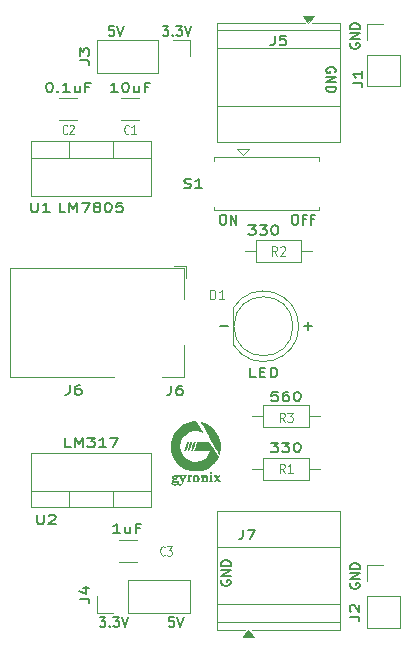
<source format=gbr>
%TF.GenerationSoftware,KiCad,Pcbnew,9.0.2*%
%TF.CreationDate,2025-06-14T22:12:11+08:00*%
%TF.ProjectId,Breadboard Power Supply,42726561-6462-46f6-9172-6420506f7765,1*%
%TF.SameCoordinates,Original*%
%TF.FileFunction,Legend,Top*%
%TF.FilePolarity,Positive*%
%FSLAX46Y46*%
G04 Gerber Fmt 4.6, Leading zero omitted, Abs format (unit mm)*
G04 Created by KiCad (PCBNEW 9.0.2) date 2025-06-14 22:12:11*
%MOMM*%
%LPD*%
G01*
G04 APERTURE LIST*
%ADD10C,0.152400*%
%ADD11C,0.150000*%
%ADD12C,0.108000*%
%ADD13C,0.090000*%
%ADD14C,0.120000*%
%ADD15C,0.000000*%
G04 APERTURE END LIST*
D10*
X146423491Y-66759539D02*
X146462196Y-66682129D01*
X146462196Y-66682129D02*
X146462196Y-66566015D01*
X146462196Y-66566015D02*
X146423491Y-66449901D01*
X146423491Y-66449901D02*
X146346081Y-66372491D01*
X146346081Y-66372491D02*
X146268672Y-66333786D01*
X146268672Y-66333786D02*
X146113853Y-66295082D01*
X146113853Y-66295082D02*
X145997739Y-66295082D01*
X145997739Y-66295082D02*
X145842920Y-66333786D01*
X145842920Y-66333786D02*
X145765510Y-66372491D01*
X145765510Y-66372491D02*
X145688101Y-66449901D01*
X145688101Y-66449901D02*
X145649396Y-66566015D01*
X145649396Y-66566015D02*
X145649396Y-66643424D01*
X145649396Y-66643424D02*
X145688101Y-66759539D01*
X145688101Y-66759539D02*
X145726805Y-66798243D01*
X145726805Y-66798243D02*
X145997739Y-66798243D01*
X145997739Y-66798243D02*
X145997739Y-66643424D01*
X145649396Y-67146586D02*
X146462196Y-67146586D01*
X146462196Y-67146586D02*
X145649396Y-67611043D01*
X145649396Y-67611043D02*
X146462196Y-67611043D01*
X145649396Y-67998091D02*
X146462196Y-67998091D01*
X146462196Y-67998091D02*
X146462196Y-68191615D01*
X146462196Y-68191615D02*
X146423491Y-68307729D01*
X146423491Y-68307729D02*
X146346081Y-68385139D01*
X146346081Y-68385139D02*
X146268672Y-68423844D01*
X146268672Y-68423844D02*
X146113853Y-68462548D01*
X146113853Y-68462548D02*
X145997739Y-68462548D01*
X145997739Y-68462548D02*
X145842920Y-68423844D01*
X145842920Y-68423844D02*
X145765510Y-68385139D01*
X145765510Y-68385139D02*
X145688101Y-68307729D01*
X145688101Y-68307729D02*
X145649396Y-68191615D01*
X145649396Y-68191615D02*
X145649396Y-67998091D01*
X143803786Y-88228965D02*
X144423063Y-88228965D01*
X144113424Y-88538603D02*
X144113424Y-87919327D01*
X131788377Y-62833803D02*
X132291539Y-62833803D01*
X132291539Y-62833803D02*
X132020605Y-63143441D01*
X132020605Y-63143441D02*
X132136720Y-63143441D01*
X132136720Y-63143441D02*
X132214129Y-63182146D01*
X132214129Y-63182146D02*
X132252834Y-63220851D01*
X132252834Y-63220851D02*
X132291539Y-63298260D01*
X132291539Y-63298260D02*
X132291539Y-63491784D01*
X132291539Y-63491784D02*
X132252834Y-63569194D01*
X132252834Y-63569194D02*
X132214129Y-63607899D01*
X132214129Y-63607899D02*
X132136720Y-63646603D01*
X132136720Y-63646603D02*
X131904491Y-63646603D01*
X131904491Y-63646603D02*
X131827082Y-63607899D01*
X131827082Y-63607899D02*
X131788377Y-63569194D01*
X132639881Y-63569194D02*
X132678586Y-63607899D01*
X132678586Y-63607899D02*
X132639881Y-63646603D01*
X132639881Y-63646603D02*
X132601177Y-63607899D01*
X132601177Y-63607899D02*
X132639881Y-63569194D01*
X132639881Y-63569194D02*
X132639881Y-63646603D01*
X132949520Y-62833803D02*
X133452682Y-62833803D01*
X133452682Y-62833803D02*
X133181748Y-63143441D01*
X133181748Y-63143441D02*
X133297863Y-63143441D01*
X133297863Y-63143441D02*
X133375272Y-63182146D01*
X133375272Y-63182146D02*
X133413977Y-63220851D01*
X133413977Y-63220851D02*
X133452682Y-63298260D01*
X133452682Y-63298260D02*
X133452682Y-63491784D01*
X133452682Y-63491784D02*
X133413977Y-63569194D01*
X133413977Y-63569194D02*
X133375272Y-63607899D01*
X133375272Y-63607899D02*
X133297863Y-63646603D01*
X133297863Y-63646603D02*
X133065634Y-63646603D01*
X133065634Y-63646603D02*
X132988225Y-63607899D01*
X132988225Y-63607899D02*
X132949520Y-63569194D01*
X133684910Y-62833803D02*
X133955843Y-63646603D01*
X133955843Y-63646603D02*
X134226777Y-62833803D01*
X147708508Y-110024460D02*
X147669803Y-110101870D01*
X147669803Y-110101870D02*
X147669803Y-110217984D01*
X147669803Y-110217984D02*
X147708508Y-110334098D01*
X147708508Y-110334098D02*
X147785918Y-110411508D01*
X147785918Y-110411508D02*
X147863327Y-110450213D01*
X147863327Y-110450213D02*
X148018146Y-110488917D01*
X148018146Y-110488917D02*
X148134260Y-110488917D01*
X148134260Y-110488917D02*
X148289079Y-110450213D01*
X148289079Y-110450213D02*
X148366489Y-110411508D01*
X148366489Y-110411508D02*
X148443899Y-110334098D01*
X148443899Y-110334098D02*
X148482603Y-110217984D01*
X148482603Y-110217984D02*
X148482603Y-110140575D01*
X148482603Y-110140575D02*
X148443899Y-110024460D01*
X148443899Y-110024460D02*
X148405194Y-109985756D01*
X148405194Y-109985756D02*
X148134260Y-109985756D01*
X148134260Y-109985756D02*
X148134260Y-110140575D01*
X148482603Y-109637413D02*
X147669803Y-109637413D01*
X147669803Y-109637413D02*
X148482603Y-109172956D01*
X148482603Y-109172956D02*
X147669803Y-109172956D01*
X148482603Y-108785908D02*
X147669803Y-108785908D01*
X147669803Y-108785908D02*
X147669803Y-108592384D01*
X147669803Y-108592384D02*
X147708508Y-108476270D01*
X147708508Y-108476270D02*
X147785918Y-108398860D01*
X147785918Y-108398860D02*
X147863327Y-108360155D01*
X147863327Y-108360155D02*
X148018146Y-108321451D01*
X148018146Y-108321451D02*
X148134260Y-108321451D01*
X148134260Y-108321451D02*
X148289079Y-108360155D01*
X148289079Y-108360155D02*
X148366489Y-108398860D01*
X148366489Y-108398860D02*
X148443899Y-108476270D01*
X148443899Y-108476270D02*
X148482603Y-108592384D01*
X148482603Y-108592384D02*
X148482603Y-108785908D01*
X136691786Y-88228965D02*
X137311063Y-88228965D01*
X126454377Y-112871803D02*
X126957539Y-112871803D01*
X126957539Y-112871803D02*
X126686605Y-113181441D01*
X126686605Y-113181441D02*
X126802720Y-113181441D01*
X126802720Y-113181441D02*
X126880129Y-113220146D01*
X126880129Y-113220146D02*
X126918834Y-113258851D01*
X126918834Y-113258851D02*
X126957539Y-113336260D01*
X126957539Y-113336260D02*
X126957539Y-113529784D01*
X126957539Y-113529784D02*
X126918834Y-113607194D01*
X126918834Y-113607194D02*
X126880129Y-113645899D01*
X126880129Y-113645899D02*
X126802720Y-113684603D01*
X126802720Y-113684603D02*
X126570491Y-113684603D01*
X126570491Y-113684603D02*
X126493082Y-113645899D01*
X126493082Y-113645899D02*
X126454377Y-113607194D01*
X127305881Y-113607194D02*
X127344586Y-113645899D01*
X127344586Y-113645899D02*
X127305881Y-113684603D01*
X127305881Y-113684603D02*
X127267177Y-113645899D01*
X127267177Y-113645899D02*
X127305881Y-113607194D01*
X127305881Y-113607194D02*
X127305881Y-113684603D01*
X127615520Y-112871803D02*
X128118682Y-112871803D01*
X128118682Y-112871803D02*
X127847748Y-113181441D01*
X127847748Y-113181441D02*
X127963863Y-113181441D01*
X127963863Y-113181441D02*
X128041272Y-113220146D01*
X128041272Y-113220146D02*
X128079977Y-113258851D01*
X128079977Y-113258851D02*
X128118682Y-113336260D01*
X128118682Y-113336260D02*
X128118682Y-113529784D01*
X128118682Y-113529784D02*
X128079977Y-113607194D01*
X128079977Y-113607194D02*
X128041272Y-113645899D01*
X128041272Y-113645899D02*
X127963863Y-113684603D01*
X127963863Y-113684603D02*
X127731634Y-113684603D01*
X127731634Y-113684603D02*
X127654225Y-113645899D01*
X127654225Y-113645899D02*
X127615520Y-113607194D01*
X128350910Y-112871803D02*
X128621843Y-113684603D01*
X128621843Y-113684603D02*
X128892777Y-112871803D01*
X142942605Y-78835803D02*
X143097424Y-78835803D01*
X143097424Y-78835803D02*
X143174834Y-78874508D01*
X143174834Y-78874508D02*
X143252243Y-78951918D01*
X143252243Y-78951918D02*
X143290948Y-79106737D01*
X143290948Y-79106737D02*
X143290948Y-79377670D01*
X143290948Y-79377670D02*
X143252243Y-79532489D01*
X143252243Y-79532489D02*
X143174834Y-79609899D01*
X143174834Y-79609899D02*
X143097424Y-79648603D01*
X143097424Y-79648603D02*
X142942605Y-79648603D01*
X142942605Y-79648603D02*
X142865196Y-79609899D01*
X142865196Y-79609899D02*
X142787786Y-79532489D01*
X142787786Y-79532489D02*
X142749082Y-79377670D01*
X142749082Y-79377670D02*
X142749082Y-79106737D01*
X142749082Y-79106737D02*
X142787786Y-78951918D01*
X142787786Y-78951918D02*
X142865196Y-78874508D01*
X142865196Y-78874508D02*
X142942605Y-78835803D01*
X143910225Y-79222851D02*
X143639291Y-79222851D01*
X143639291Y-79648603D02*
X143639291Y-78835803D01*
X143639291Y-78835803D02*
X144026339Y-78835803D01*
X144606911Y-79222851D02*
X144335977Y-79222851D01*
X144335977Y-79648603D02*
X144335977Y-78835803D01*
X144335977Y-78835803D02*
X144723025Y-78835803D01*
X127680834Y-62833803D02*
X127293786Y-62833803D01*
X127293786Y-62833803D02*
X127255082Y-63220851D01*
X127255082Y-63220851D02*
X127293786Y-63182146D01*
X127293786Y-63182146D02*
X127371196Y-63143441D01*
X127371196Y-63143441D02*
X127564720Y-63143441D01*
X127564720Y-63143441D02*
X127642129Y-63182146D01*
X127642129Y-63182146D02*
X127680834Y-63220851D01*
X127680834Y-63220851D02*
X127719539Y-63298260D01*
X127719539Y-63298260D02*
X127719539Y-63491784D01*
X127719539Y-63491784D02*
X127680834Y-63569194D01*
X127680834Y-63569194D02*
X127642129Y-63607899D01*
X127642129Y-63607899D02*
X127564720Y-63646603D01*
X127564720Y-63646603D02*
X127371196Y-63646603D01*
X127371196Y-63646603D02*
X127293786Y-63607899D01*
X127293786Y-63607899D02*
X127255082Y-63569194D01*
X127951767Y-62833803D02*
X128222700Y-63646603D01*
X128222700Y-63646603D02*
X128493634Y-62833803D01*
X132760834Y-112871803D02*
X132373786Y-112871803D01*
X132373786Y-112871803D02*
X132335082Y-113258851D01*
X132335082Y-113258851D02*
X132373786Y-113220146D01*
X132373786Y-113220146D02*
X132451196Y-113181441D01*
X132451196Y-113181441D02*
X132644720Y-113181441D01*
X132644720Y-113181441D02*
X132722129Y-113220146D01*
X132722129Y-113220146D02*
X132760834Y-113258851D01*
X132760834Y-113258851D02*
X132799539Y-113336260D01*
X132799539Y-113336260D02*
X132799539Y-113529784D01*
X132799539Y-113529784D02*
X132760834Y-113607194D01*
X132760834Y-113607194D02*
X132722129Y-113645899D01*
X132722129Y-113645899D02*
X132644720Y-113684603D01*
X132644720Y-113684603D02*
X132451196Y-113684603D01*
X132451196Y-113684603D02*
X132373786Y-113645899D01*
X132373786Y-113645899D02*
X132335082Y-113607194D01*
X133031767Y-112871803D02*
X133302700Y-113684603D01*
X133302700Y-113684603D02*
X133573634Y-112871803D01*
X136846605Y-78835803D02*
X137001424Y-78835803D01*
X137001424Y-78835803D02*
X137078834Y-78874508D01*
X137078834Y-78874508D02*
X137156243Y-78951918D01*
X137156243Y-78951918D02*
X137194948Y-79106737D01*
X137194948Y-79106737D02*
X137194948Y-79377670D01*
X137194948Y-79377670D02*
X137156243Y-79532489D01*
X137156243Y-79532489D02*
X137078834Y-79609899D01*
X137078834Y-79609899D02*
X137001424Y-79648603D01*
X137001424Y-79648603D02*
X136846605Y-79648603D01*
X136846605Y-79648603D02*
X136769196Y-79609899D01*
X136769196Y-79609899D02*
X136691786Y-79532489D01*
X136691786Y-79532489D02*
X136653082Y-79377670D01*
X136653082Y-79377670D02*
X136653082Y-79106737D01*
X136653082Y-79106737D02*
X136691786Y-78951918D01*
X136691786Y-78951918D02*
X136769196Y-78874508D01*
X136769196Y-78874508D02*
X136846605Y-78835803D01*
X137543291Y-79648603D02*
X137543291Y-78835803D01*
X137543291Y-78835803D02*
X138007748Y-79648603D01*
X138007748Y-79648603D02*
X138007748Y-78835803D01*
X136786508Y-109770460D02*
X136747803Y-109847870D01*
X136747803Y-109847870D02*
X136747803Y-109963984D01*
X136747803Y-109963984D02*
X136786508Y-110080098D01*
X136786508Y-110080098D02*
X136863918Y-110157508D01*
X136863918Y-110157508D02*
X136941327Y-110196213D01*
X136941327Y-110196213D02*
X137096146Y-110234917D01*
X137096146Y-110234917D02*
X137212260Y-110234917D01*
X137212260Y-110234917D02*
X137367079Y-110196213D01*
X137367079Y-110196213D02*
X137444489Y-110157508D01*
X137444489Y-110157508D02*
X137521899Y-110080098D01*
X137521899Y-110080098D02*
X137560603Y-109963984D01*
X137560603Y-109963984D02*
X137560603Y-109886575D01*
X137560603Y-109886575D02*
X137521899Y-109770460D01*
X137521899Y-109770460D02*
X137483194Y-109731756D01*
X137483194Y-109731756D02*
X137212260Y-109731756D01*
X137212260Y-109731756D02*
X137212260Y-109886575D01*
X137560603Y-109383413D02*
X136747803Y-109383413D01*
X136747803Y-109383413D02*
X137560603Y-108918956D01*
X137560603Y-108918956D02*
X136747803Y-108918956D01*
X137560603Y-108531908D02*
X136747803Y-108531908D01*
X136747803Y-108531908D02*
X136747803Y-108338384D01*
X136747803Y-108338384D02*
X136786508Y-108222270D01*
X136786508Y-108222270D02*
X136863918Y-108144860D01*
X136863918Y-108144860D02*
X136941327Y-108106155D01*
X136941327Y-108106155D02*
X137096146Y-108067451D01*
X137096146Y-108067451D02*
X137212260Y-108067451D01*
X137212260Y-108067451D02*
X137367079Y-108106155D01*
X137367079Y-108106155D02*
X137444489Y-108144860D01*
X137444489Y-108144860D02*
X137521899Y-108222270D01*
X137521899Y-108222270D02*
X137560603Y-108338384D01*
X137560603Y-108338384D02*
X137560603Y-108531908D01*
X147708508Y-64304460D02*
X147669803Y-64381870D01*
X147669803Y-64381870D02*
X147669803Y-64497984D01*
X147669803Y-64497984D02*
X147708508Y-64614098D01*
X147708508Y-64614098D02*
X147785918Y-64691508D01*
X147785918Y-64691508D02*
X147863327Y-64730213D01*
X147863327Y-64730213D02*
X148018146Y-64768917D01*
X148018146Y-64768917D02*
X148134260Y-64768917D01*
X148134260Y-64768917D02*
X148289079Y-64730213D01*
X148289079Y-64730213D02*
X148366489Y-64691508D01*
X148366489Y-64691508D02*
X148443899Y-64614098D01*
X148443899Y-64614098D02*
X148482603Y-64497984D01*
X148482603Y-64497984D02*
X148482603Y-64420575D01*
X148482603Y-64420575D02*
X148443899Y-64304460D01*
X148443899Y-64304460D02*
X148405194Y-64265756D01*
X148405194Y-64265756D02*
X148134260Y-64265756D01*
X148134260Y-64265756D02*
X148134260Y-64420575D01*
X148482603Y-63917413D02*
X147669803Y-63917413D01*
X147669803Y-63917413D02*
X148482603Y-63452956D01*
X148482603Y-63452956D02*
X147669803Y-63452956D01*
X148482603Y-63065908D02*
X147669803Y-63065908D01*
X147669803Y-63065908D02*
X147669803Y-62872384D01*
X147669803Y-62872384D02*
X147708508Y-62756270D01*
X147708508Y-62756270D02*
X147785918Y-62678860D01*
X147785918Y-62678860D02*
X147863327Y-62640155D01*
X147863327Y-62640155D02*
X148018146Y-62601451D01*
X148018146Y-62601451D02*
X148134260Y-62601451D01*
X148134260Y-62601451D02*
X148289079Y-62640155D01*
X148289079Y-62640155D02*
X148366489Y-62678860D01*
X148366489Y-62678860D02*
X148443899Y-62756270D01*
X148443899Y-62756270D02*
X148482603Y-62872384D01*
X148482603Y-62872384D02*
X148482603Y-63065908D01*
D11*
X141525714Y-93796295D02*
X141049524Y-93796295D01*
X141049524Y-93796295D02*
X141001905Y-94177247D01*
X141001905Y-94177247D02*
X141049524Y-94139152D01*
X141049524Y-94139152D02*
X141144762Y-94101057D01*
X141144762Y-94101057D02*
X141382857Y-94101057D01*
X141382857Y-94101057D02*
X141478095Y-94139152D01*
X141478095Y-94139152D02*
X141525714Y-94177247D01*
X141525714Y-94177247D02*
X141573333Y-94253438D01*
X141573333Y-94253438D02*
X141573333Y-94443914D01*
X141573333Y-94443914D02*
X141525714Y-94520104D01*
X141525714Y-94520104D02*
X141478095Y-94558200D01*
X141478095Y-94558200D02*
X141382857Y-94596295D01*
X141382857Y-94596295D02*
X141144762Y-94596295D01*
X141144762Y-94596295D02*
X141049524Y-94558200D01*
X141049524Y-94558200D02*
X141001905Y-94520104D01*
X142430476Y-93796295D02*
X142240000Y-93796295D01*
X142240000Y-93796295D02*
X142144762Y-93834390D01*
X142144762Y-93834390D02*
X142097143Y-93872485D01*
X142097143Y-93872485D02*
X142001905Y-93986771D01*
X142001905Y-93986771D02*
X141954286Y-94139152D01*
X141954286Y-94139152D02*
X141954286Y-94443914D01*
X141954286Y-94443914D02*
X142001905Y-94520104D01*
X142001905Y-94520104D02*
X142049524Y-94558200D01*
X142049524Y-94558200D02*
X142144762Y-94596295D01*
X142144762Y-94596295D02*
X142335238Y-94596295D01*
X142335238Y-94596295D02*
X142430476Y-94558200D01*
X142430476Y-94558200D02*
X142478095Y-94520104D01*
X142478095Y-94520104D02*
X142525714Y-94443914D01*
X142525714Y-94443914D02*
X142525714Y-94253438D01*
X142525714Y-94253438D02*
X142478095Y-94177247D01*
X142478095Y-94177247D02*
X142430476Y-94139152D01*
X142430476Y-94139152D02*
X142335238Y-94101057D01*
X142335238Y-94101057D02*
X142144762Y-94101057D01*
X142144762Y-94101057D02*
X142049524Y-94139152D01*
X142049524Y-94139152D02*
X142001905Y-94177247D01*
X142001905Y-94177247D02*
X141954286Y-94253438D01*
X143144762Y-93796295D02*
X143240000Y-93796295D01*
X143240000Y-93796295D02*
X143335238Y-93834390D01*
X143335238Y-93834390D02*
X143382857Y-93872485D01*
X143382857Y-93872485D02*
X143430476Y-93948676D01*
X143430476Y-93948676D02*
X143478095Y-94101057D01*
X143478095Y-94101057D02*
X143478095Y-94291533D01*
X143478095Y-94291533D02*
X143430476Y-94443914D01*
X143430476Y-94443914D02*
X143382857Y-94520104D01*
X143382857Y-94520104D02*
X143335238Y-94558200D01*
X143335238Y-94558200D02*
X143240000Y-94596295D01*
X143240000Y-94596295D02*
X143144762Y-94596295D01*
X143144762Y-94596295D02*
X143049524Y-94558200D01*
X143049524Y-94558200D02*
X143001905Y-94520104D01*
X143001905Y-94520104D02*
X142954286Y-94443914D01*
X142954286Y-94443914D02*
X142906667Y-94291533D01*
X142906667Y-94291533D02*
X142906667Y-94101057D01*
X142906667Y-94101057D02*
X142954286Y-93948676D01*
X142954286Y-93948676D02*
X143001905Y-93872485D01*
X143001905Y-93872485D02*
X143049524Y-93834390D01*
X143049524Y-93834390D02*
X143144762Y-93796295D01*
D12*
X142120000Y-96376479D02*
X141880000Y-95995526D01*
X141708571Y-96376479D02*
X141708571Y-95576479D01*
X141708571Y-95576479D02*
X141982857Y-95576479D01*
X141982857Y-95576479D02*
X142051428Y-95614574D01*
X142051428Y-95614574D02*
X142085714Y-95652669D01*
X142085714Y-95652669D02*
X142120000Y-95728860D01*
X142120000Y-95728860D02*
X142120000Y-95843145D01*
X142120000Y-95843145D02*
X142085714Y-95919336D01*
X142085714Y-95919336D02*
X142051428Y-95957431D01*
X142051428Y-95957431D02*
X141982857Y-95995526D01*
X141982857Y-95995526D02*
X141708571Y-95995526D01*
X142360000Y-95576479D02*
X142805714Y-95576479D01*
X142805714Y-95576479D02*
X142565714Y-95881241D01*
X142565714Y-95881241D02*
X142668571Y-95881241D01*
X142668571Y-95881241D02*
X142737143Y-95919336D01*
X142737143Y-95919336D02*
X142771428Y-95957431D01*
X142771428Y-95957431D02*
X142805714Y-96033622D01*
X142805714Y-96033622D02*
X142805714Y-96224098D01*
X142805714Y-96224098D02*
X142771428Y-96300288D01*
X142771428Y-96300288D02*
X142737143Y-96338384D01*
X142737143Y-96338384D02*
X142668571Y-96376479D01*
X142668571Y-96376479D02*
X142462857Y-96376479D01*
X142462857Y-96376479D02*
X142394285Y-96338384D01*
X142394285Y-96338384D02*
X142360000Y-96300288D01*
D11*
X127980571Y-68434295D02*
X127409143Y-68434295D01*
X127694857Y-68434295D02*
X127694857Y-67634295D01*
X127694857Y-67634295D02*
X127599619Y-67748580D01*
X127599619Y-67748580D02*
X127504381Y-67824771D01*
X127504381Y-67824771D02*
X127409143Y-67862866D01*
X128599619Y-67634295D02*
X128694857Y-67634295D01*
X128694857Y-67634295D02*
X128790095Y-67672390D01*
X128790095Y-67672390D02*
X128837714Y-67710485D01*
X128837714Y-67710485D02*
X128885333Y-67786676D01*
X128885333Y-67786676D02*
X128932952Y-67939057D01*
X128932952Y-67939057D02*
X128932952Y-68129533D01*
X128932952Y-68129533D02*
X128885333Y-68281914D01*
X128885333Y-68281914D02*
X128837714Y-68358104D01*
X128837714Y-68358104D02*
X128790095Y-68396200D01*
X128790095Y-68396200D02*
X128694857Y-68434295D01*
X128694857Y-68434295D02*
X128599619Y-68434295D01*
X128599619Y-68434295D02*
X128504381Y-68396200D01*
X128504381Y-68396200D02*
X128456762Y-68358104D01*
X128456762Y-68358104D02*
X128409143Y-68281914D01*
X128409143Y-68281914D02*
X128361524Y-68129533D01*
X128361524Y-68129533D02*
X128361524Y-67939057D01*
X128361524Y-67939057D02*
X128409143Y-67786676D01*
X128409143Y-67786676D02*
X128456762Y-67710485D01*
X128456762Y-67710485D02*
X128504381Y-67672390D01*
X128504381Y-67672390D02*
X128599619Y-67634295D01*
X129790095Y-67900961D02*
X129790095Y-68434295D01*
X129361524Y-67900961D02*
X129361524Y-68320009D01*
X129361524Y-68320009D02*
X129409143Y-68396200D01*
X129409143Y-68396200D02*
X129504381Y-68434295D01*
X129504381Y-68434295D02*
X129647238Y-68434295D01*
X129647238Y-68434295D02*
X129742476Y-68396200D01*
X129742476Y-68396200D02*
X129790095Y-68358104D01*
X130599619Y-68015247D02*
X130266286Y-68015247D01*
X130266286Y-68434295D02*
X130266286Y-67634295D01*
X130266286Y-67634295D02*
X130742476Y-67634295D01*
D13*
X128932000Y-71917224D02*
X128903428Y-71955320D01*
X128903428Y-71955320D02*
X128817714Y-71993415D01*
X128817714Y-71993415D02*
X128760571Y-71993415D01*
X128760571Y-71993415D02*
X128674857Y-71955320D01*
X128674857Y-71955320D02*
X128617714Y-71879129D01*
X128617714Y-71879129D02*
X128589143Y-71802939D01*
X128589143Y-71802939D02*
X128560571Y-71650558D01*
X128560571Y-71650558D02*
X128560571Y-71536272D01*
X128560571Y-71536272D02*
X128589143Y-71383891D01*
X128589143Y-71383891D02*
X128617714Y-71307700D01*
X128617714Y-71307700D02*
X128674857Y-71231510D01*
X128674857Y-71231510D02*
X128760571Y-71193415D01*
X128760571Y-71193415D02*
X128817714Y-71193415D01*
X128817714Y-71193415D02*
X128903428Y-71231510D01*
X128903428Y-71231510D02*
X128932000Y-71269605D01*
X129503428Y-71993415D02*
X129160571Y-71993415D01*
X129332000Y-71993415D02*
X129332000Y-71193415D01*
X129332000Y-71193415D02*
X129274857Y-71307700D01*
X129274857Y-71307700D02*
X129217714Y-71383891D01*
X129217714Y-71383891D02*
X129160571Y-71421986D01*
D11*
X133604095Y-76524200D02*
X133746952Y-76562295D01*
X133746952Y-76562295D02*
X133985047Y-76562295D01*
X133985047Y-76562295D02*
X134080285Y-76524200D01*
X134080285Y-76524200D02*
X134127904Y-76486104D01*
X134127904Y-76486104D02*
X134175523Y-76409914D01*
X134175523Y-76409914D02*
X134175523Y-76333723D01*
X134175523Y-76333723D02*
X134127904Y-76257533D01*
X134127904Y-76257533D02*
X134080285Y-76219438D01*
X134080285Y-76219438D02*
X133985047Y-76181342D01*
X133985047Y-76181342D02*
X133794571Y-76143247D01*
X133794571Y-76143247D02*
X133699333Y-76105152D01*
X133699333Y-76105152D02*
X133651714Y-76067057D01*
X133651714Y-76067057D02*
X133604095Y-75990866D01*
X133604095Y-75990866D02*
X133604095Y-75914676D01*
X133604095Y-75914676D02*
X133651714Y-75838485D01*
X133651714Y-75838485D02*
X133699333Y-75800390D01*
X133699333Y-75800390D02*
X133794571Y-75762295D01*
X133794571Y-75762295D02*
X134032666Y-75762295D01*
X134032666Y-75762295D02*
X134175523Y-75800390D01*
X135127904Y-76562295D02*
X134556476Y-76562295D01*
X134842190Y-76562295D02*
X134842190Y-75762295D01*
X134842190Y-75762295D02*
X134746952Y-75876580D01*
X134746952Y-75876580D02*
X134651714Y-75952771D01*
X134651714Y-75952771D02*
X134556476Y-75990866D01*
X139692142Y-92587295D02*
X139215952Y-92587295D01*
X139215952Y-92587295D02*
X139215952Y-91787295D01*
X140025476Y-92168247D02*
X140358809Y-92168247D01*
X140501666Y-92587295D02*
X140025476Y-92587295D01*
X140025476Y-92587295D02*
X140025476Y-91787295D01*
X140025476Y-91787295D02*
X140501666Y-91787295D01*
X140930238Y-92587295D02*
X140930238Y-91787295D01*
X140930238Y-91787295D02*
X141168333Y-91787295D01*
X141168333Y-91787295D02*
X141311190Y-91825390D01*
X141311190Y-91825390D02*
X141406428Y-91901580D01*
X141406428Y-91901580D02*
X141454047Y-91977771D01*
X141454047Y-91977771D02*
X141501666Y-92130152D01*
X141501666Y-92130152D02*
X141501666Y-92244438D01*
X141501666Y-92244438D02*
X141454047Y-92396819D01*
X141454047Y-92396819D02*
X141406428Y-92473009D01*
X141406428Y-92473009D02*
X141311190Y-92549200D01*
X141311190Y-92549200D02*
X141168333Y-92587295D01*
X141168333Y-92587295D02*
X140930238Y-92587295D01*
D14*
X135807524Y-85961855D02*
X135807524Y-85161855D01*
X135807524Y-85161855D02*
X135998000Y-85161855D01*
X135998000Y-85161855D02*
X136112286Y-85199950D01*
X136112286Y-85199950D02*
X136188476Y-85276140D01*
X136188476Y-85276140D02*
X136226571Y-85352331D01*
X136226571Y-85352331D02*
X136264667Y-85504712D01*
X136264667Y-85504712D02*
X136264667Y-85618998D01*
X136264667Y-85618998D02*
X136226571Y-85771379D01*
X136226571Y-85771379D02*
X136188476Y-85847569D01*
X136188476Y-85847569D02*
X136112286Y-85923760D01*
X136112286Y-85923760D02*
X135998000Y-85961855D01*
X135998000Y-85961855D02*
X135807524Y-85961855D01*
X137026571Y-85961855D02*
X136569428Y-85961855D01*
X136798000Y-85961855D02*
X136798000Y-85161855D01*
X136798000Y-85161855D02*
X136721809Y-85276140D01*
X136721809Y-85276140D02*
X136645619Y-85352331D01*
X136645619Y-85352331D02*
X136569428Y-85390426D01*
D11*
X123563333Y-78594295D02*
X123087143Y-78594295D01*
X123087143Y-78594295D02*
X123087143Y-77794295D01*
X123896667Y-78594295D02*
X123896667Y-77794295D01*
X123896667Y-77794295D02*
X124230000Y-78365723D01*
X124230000Y-78365723D02*
X124563333Y-77794295D01*
X124563333Y-77794295D02*
X124563333Y-78594295D01*
X124944286Y-77794295D02*
X125610952Y-77794295D01*
X125610952Y-77794295D02*
X125182381Y-78594295D01*
X126134762Y-78137152D02*
X126039524Y-78099057D01*
X126039524Y-78099057D02*
X125991905Y-78060961D01*
X125991905Y-78060961D02*
X125944286Y-77984771D01*
X125944286Y-77984771D02*
X125944286Y-77946676D01*
X125944286Y-77946676D02*
X125991905Y-77870485D01*
X125991905Y-77870485D02*
X126039524Y-77832390D01*
X126039524Y-77832390D02*
X126134762Y-77794295D01*
X126134762Y-77794295D02*
X126325238Y-77794295D01*
X126325238Y-77794295D02*
X126420476Y-77832390D01*
X126420476Y-77832390D02*
X126468095Y-77870485D01*
X126468095Y-77870485D02*
X126515714Y-77946676D01*
X126515714Y-77946676D02*
X126515714Y-77984771D01*
X126515714Y-77984771D02*
X126468095Y-78060961D01*
X126468095Y-78060961D02*
X126420476Y-78099057D01*
X126420476Y-78099057D02*
X126325238Y-78137152D01*
X126325238Y-78137152D02*
X126134762Y-78137152D01*
X126134762Y-78137152D02*
X126039524Y-78175247D01*
X126039524Y-78175247D02*
X125991905Y-78213342D01*
X125991905Y-78213342D02*
X125944286Y-78289533D01*
X125944286Y-78289533D02*
X125944286Y-78441914D01*
X125944286Y-78441914D02*
X125991905Y-78518104D01*
X125991905Y-78518104D02*
X126039524Y-78556200D01*
X126039524Y-78556200D02*
X126134762Y-78594295D01*
X126134762Y-78594295D02*
X126325238Y-78594295D01*
X126325238Y-78594295D02*
X126420476Y-78556200D01*
X126420476Y-78556200D02*
X126468095Y-78518104D01*
X126468095Y-78518104D02*
X126515714Y-78441914D01*
X126515714Y-78441914D02*
X126515714Y-78289533D01*
X126515714Y-78289533D02*
X126468095Y-78213342D01*
X126468095Y-78213342D02*
X126420476Y-78175247D01*
X126420476Y-78175247D02*
X126325238Y-78137152D01*
X127134762Y-77794295D02*
X127230000Y-77794295D01*
X127230000Y-77794295D02*
X127325238Y-77832390D01*
X127325238Y-77832390D02*
X127372857Y-77870485D01*
X127372857Y-77870485D02*
X127420476Y-77946676D01*
X127420476Y-77946676D02*
X127468095Y-78099057D01*
X127468095Y-78099057D02*
X127468095Y-78289533D01*
X127468095Y-78289533D02*
X127420476Y-78441914D01*
X127420476Y-78441914D02*
X127372857Y-78518104D01*
X127372857Y-78518104D02*
X127325238Y-78556200D01*
X127325238Y-78556200D02*
X127230000Y-78594295D01*
X127230000Y-78594295D02*
X127134762Y-78594295D01*
X127134762Y-78594295D02*
X127039524Y-78556200D01*
X127039524Y-78556200D02*
X126991905Y-78518104D01*
X126991905Y-78518104D02*
X126944286Y-78441914D01*
X126944286Y-78441914D02*
X126896667Y-78289533D01*
X126896667Y-78289533D02*
X126896667Y-78099057D01*
X126896667Y-78099057D02*
X126944286Y-77946676D01*
X126944286Y-77946676D02*
X126991905Y-77870485D01*
X126991905Y-77870485D02*
X127039524Y-77832390D01*
X127039524Y-77832390D02*
X127134762Y-77794295D01*
X128372857Y-77794295D02*
X127896667Y-77794295D01*
X127896667Y-77794295D02*
X127849048Y-78175247D01*
X127849048Y-78175247D02*
X127896667Y-78137152D01*
X127896667Y-78137152D02*
X127991905Y-78099057D01*
X127991905Y-78099057D02*
X128230000Y-78099057D01*
X128230000Y-78099057D02*
X128325238Y-78137152D01*
X128325238Y-78137152D02*
X128372857Y-78175247D01*
X128372857Y-78175247D02*
X128420476Y-78251438D01*
X128420476Y-78251438D02*
X128420476Y-78441914D01*
X128420476Y-78441914D02*
X128372857Y-78518104D01*
X128372857Y-78518104D02*
X128325238Y-78556200D01*
X128325238Y-78556200D02*
X128230000Y-78594295D01*
X128230000Y-78594295D02*
X127991905Y-78594295D01*
X127991905Y-78594295D02*
X127896667Y-78556200D01*
X127896667Y-78556200D02*
X127849048Y-78518104D01*
X120650095Y-77794295D02*
X120650095Y-78441914D01*
X120650095Y-78441914D02*
X120697714Y-78518104D01*
X120697714Y-78518104D02*
X120745333Y-78556200D01*
X120745333Y-78556200D02*
X120840571Y-78594295D01*
X120840571Y-78594295D02*
X121031047Y-78594295D01*
X121031047Y-78594295D02*
X121126285Y-78556200D01*
X121126285Y-78556200D02*
X121173904Y-78518104D01*
X121173904Y-78518104D02*
X121221523Y-78441914D01*
X121221523Y-78441914D02*
X121221523Y-77794295D01*
X122221523Y-78594295D02*
X121650095Y-78594295D01*
X121935809Y-78594295D02*
X121935809Y-77794295D01*
X121935809Y-77794295D02*
X121840571Y-77908580D01*
X121840571Y-77908580D02*
X121745333Y-77984771D01*
X121745333Y-77984771D02*
X121650095Y-78022866D01*
X122162143Y-67634295D02*
X122257381Y-67634295D01*
X122257381Y-67634295D02*
X122352619Y-67672390D01*
X122352619Y-67672390D02*
X122400238Y-67710485D01*
X122400238Y-67710485D02*
X122447857Y-67786676D01*
X122447857Y-67786676D02*
X122495476Y-67939057D01*
X122495476Y-67939057D02*
X122495476Y-68129533D01*
X122495476Y-68129533D02*
X122447857Y-68281914D01*
X122447857Y-68281914D02*
X122400238Y-68358104D01*
X122400238Y-68358104D02*
X122352619Y-68396200D01*
X122352619Y-68396200D02*
X122257381Y-68434295D01*
X122257381Y-68434295D02*
X122162143Y-68434295D01*
X122162143Y-68434295D02*
X122066905Y-68396200D01*
X122066905Y-68396200D02*
X122019286Y-68358104D01*
X122019286Y-68358104D02*
X121971667Y-68281914D01*
X121971667Y-68281914D02*
X121924048Y-68129533D01*
X121924048Y-68129533D02*
X121924048Y-67939057D01*
X121924048Y-67939057D02*
X121971667Y-67786676D01*
X121971667Y-67786676D02*
X122019286Y-67710485D01*
X122019286Y-67710485D02*
X122066905Y-67672390D01*
X122066905Y-67672390D02*
X122162143Y-67634295D01*
X122924048Y-68358104D02*
X122971667Y-68396200D01*
X122971667Y-68396200D02*
X122924048Y-68434295D01*
X122924048Y-68434295D02*
X122876429Y-68396200D01*
X122876429Y-68396200D02*
X122924048Y-68358104D01*
X122924048Y-68358104D02*
X122924048Y-68434295D01*
X123924047Y-68434295D02*
X123352619Y-68434295D01*
X123638333Y-68434295D02*
X123638333Y-67634295D01*
X123638333Y-67634295D02*
X123543095Y-67748580D01*
X123543095Y-67748580D02*
X123447857Y-67824771D01*
X123447857Y-67824771D02*
X123352619Y-67862866D01*
X124781190Y-67900961D02*
X124781190Y-68434295D01*
X124352619Y-67900961D02*
X124352619Y-68320009D01*
X124352619Y-68320009D02*
X124400238Y-68396200D01*
X124400238Y-68396200D02*
X124495476Y-68434295D01*
X124495476Y-68434295D02*
X124638333Y-68434295D01*
X124638333Y-68434295D02*
X124733571Y-68396200D01*
X124733571Y-68396200D02*
X124781190Y-68358104D01*
X125590714Y-68015247D02*
X125257381Y-68015247D01*
X125257381Y-68434295D02*
X125257381Y-67634295D01*
X125257381Y-67634295D02*
X125733571Y-67634295D01*
D13*
X123705000Y-71917224D02*
X123676428Y-71955320D01*
X123676428Y-71955320D02*
X123590714Y-71993415D01*
X123590714Y-71993415D02*
X123533571Y-71993415D01*
X123533571Y-71993415D02*
X123447857Y-71955320D01*
X123447857Y-71955320D02*
X123390714Y-71879129D01*
X123390714Y-71879129D02*
X123362143Y-71802939D01*
X123362143Y-71802939D02*
X123333571Y-71650558D01*
X123333571Y-71650558D02*
X123333571Y-71536272D01*
X123333571Y-71536272D02*
X123362143Y-71383891D01*
X123362143Y-71383891D02*
X123390714Y-71307700D01*
X123390714Y-71307700D02*
X123447857Y-71231510D01*
X123447857Y-71231510D02*
X123533571Y-71193415D01*
X123533571Y-71193415D02*
X123590714Y-71193415D01*
X123590714Y-71193415D02*
X123676428Y-71231510D01*
X123676428Y-71231510D02*
X123705000Y-71269605D01*
X123933571Y-71269605D02*
X123962143Y-71231510D01*
X123962143Y-71231510D02*
X124019286Y-71193415D01*
X124019286Y-71193415D02*
X124162143Y-71193415D01*
X124162143Y-71193415D02*
X124219286Y-71231510D01*
X124219286Y-71231510D02*
X124247857Y-71269605D01*
X124247857Y-71269605D02*
X124276428Y-71345796D01*
X124276428Y-71345796D02*
X124276428Y-71421986D01*
X124276428Y-71421986D02*
X124247857Y-71536272D01*
X124247857Y-71536272D02*
X123905000Y-71993415D01*
X123905000Y-71993415D02*
X124276428Y-71993415D01*
D11*
X139049286Y-79699295D02*
X139668333Y-79699295D01*
X139668333Y-79699295D02*
X139335000Y-80004057D01*
X139335000Y-80004057D02*
X139477857Y-80004057D01*
X139477857Y-80004057D02*
X139573095Y-80042152D01*
X139573095Y-80042152D02*
X139620714Y-80080247D01*
X139620714Y-80080247D02*
X139668333Y-80156438D01*
X139668333Y-80156438D02*
X139668333Y-80346914D01*
X139668333Y-80346914D02*
X139620714Y-80423104D01*
X139620714Y-80423104D02*
X139573095Y-80461200D01*
X139573095Y-80461200D02*
X139477857Y-80499295D01*
X139477857Y-80499295D02*
X139192143Y-80499295D01*
X139192143Y-80499295D02*
X139096905Y-80461200D01*
X139096905Y-80461200D02*
X139049286Y-80423104D01*
X140001667Y-79699295D02*
X140620714Y-79699295D01*
X140620714Y-79699295D02*
X140287381Y-80004057D01*
X140287381Y-80004057D02*
X140430238Y-80004057D01*
X140430238Y-80004057D02*
X140525476Y-80042152D01*
X140525476Y-80042152D02*
X140573095Y-80080247D01*
X140573095Y-80080247D02*
X140620714Y-80156438D01*
X140620714Y-80156438D02*
X140620714Y-80346914D01*
X140620714Y-80346914D02*
X140573095Y-80423104D01*
X140573095Y-80423104D02*
X140525476Y-80461200D01*
X140525476Y-80461200D02*
X140430238Y-80499295D01*
X140430238Y-80499295D02*
X140144524Y-80499295D01*
X140144524Y-80499295D02*
X140049286Y-80461200D01*
X140049286Y-80461200D02*
X140001667Y-80423104D01*
X141239762Y-79699295D02*
X141335000Y-79699295D01*
X141335000Y-79699295D02*
X141430238Y-79737390D01*
X141430238Y-79737390D02*
X141477857Y-79775485D01*
X141477857Y-79775485D02*
X141525476Y-79851676D01*
X141525476Y-79851676D02*
X141573095Y-80004057D01*
X141573095Y-80004057D02*
X141573095Y-80194533D01*
X141573095Y-80194533D02*
X141525476Y-80346914D01*
X141525476Y-80346914D02*
X141477857Y-80423104D01*
X141477857Y-80423104D02*
X141430238Y-80461200D01*
X141430238Y-80461200D02*
X141335000Y-80499295D01*
X141335000Y-80499295D02*
X141239762Y-80499295D01*
X141239762Y-80499295D02*
X141144524Y-80461200D01*
X141144524Y-80461200D02*
X141096905Y-80423104D01*
X141096905Y-80423104D02*
X141049286Y-80346914D01*
X141049286Y-80346914D02*
X141001667Y-80194533D01*
X141001667Y-80194533D02*
X141001667Y-80004057D01*
X141001667Y-80004057D02*
X141049286Y-79851676D01*
X141049286Y-79851676D02*
X141096905Y-79775485D01*
X141096905Y-79775485D02*
X141144524Y-79737390D01*
X141144524Y-79737390D02*
X141239762Y-79699295D01*
D12*
X141485000Y-82279479D02*
X141245000Y-81898526D01*
X141073571Y-82279479D02*
X141073571Y-81479479D01*
X141073571Y-81479479D02*
X141347857Y-81479479D01*
X141347857Y-81479479D02*
X141416428Y-81517574D01*
X141416428Y-81517574D02*
X141450714Y-81555669D01*
X141450714Y-81555669D02*
X141485000Y-81631860D01*
X141485000Y-81631860D02*
X141485000Y-81746145D01*
X141485000Y-81746145D02*
X141450714Y-81822336D01*
X141450714Y-81822336D02*
X141416428Y-81860431D01*
X141416428Y-81860431D02*
X141347857Y-81898526D01*
X141347857Y-81898526D02*
X141073571Y-81898526D01*
X141759285Y-81555669D02*
X141793571Y-81517574D01*
X141793571Y-81517574D02*
X141862143Y-81479479D01*
X141862143Y-81479479D02*
X142033571Y-81479479D01*
X142033571Y-81479479D02*
X142102143Y-81517574D01*
X142102143Y-81517574D02*
X142136428Y-81555669D01*
X142136428Y-81555669D02*
X142170714Y-81631860D01*
X142170714Y-81631860D02*
X142170714Y-81708050D01*
X142170714Y-81708050D02*
X142136428Y-81822336D01*
X142136428Y-81822336D02*
X141725000Y-82279479D01*
X141725000Y-82279479D02*
X142170714Y-82279479D01*
D11*
X141271666Y-63672295D02*
X141271666Y-64243723D01*
X141271666Y-64243723D02*
X141224047Y-64358009D01*
X141224047Y-64358009D02*
X141128809Y-64434200D01*
X141128809Y-64434200D02*
X140985952Y-64472295D01*
X140985952Y-64472295D02*
X140890714Y-64472295D01*
X142224047Y-63672295D02*
X141747857Y-63672295D01*
X141747857Y-63672295D02*
X141700238Y-64053247D01*
X141700238Y-64053247D02*
X141747857Y-64015152D01*
X141747857Y-64015152D02*
X141843095Y-63977057D01*
X141843095Y-63977057D02*
X142081190Y-63977057D01*
X142081190Y-63977057D02*
X142176428Y-64015152D01*
X142176428Y-64015152D02*
X142224047Y-64053247D01*
X142224047Y-64053247D02*
X142271666Y-64129438D01*
X142271666Y-64129438D02*
X142271666Y-64319914D01*
X142271666Y-64319914D02*
X142224047Y-64396104D01*
X142224047Y-64396104D02*
X142176428Y-64434200D01*
X142176428Y-64434200D02*
X142081190Y-64472295D01*
X142081190Y-64472295D02*
X141843095Y-64472295D01*
X141843095Y-64472295D02*
X141747857Y-64434200D01*
X141747857Y-64434200D02*
X141700238Y-64396104D01*
X124784295Y-111331333D02*
X125355723Y-111331333D01*
X125355723Y-111331333D02*
X125470009Y-111378952D01*
X125470009Y-111378952D02*
X125546200Y-111474190D01*
X125546200Y-111474190D02*
X125584295Y-111617047D01*
X125584295Y-111617047D02*
X125584295Y-111712285D01*
X125050961Y-110426571D02*
X125584295Y-110426571D01*
X124746200Y-110664666D02*
X125317628Y-110902761D01*
X125317628Y-110902761D02*
X125317628Y-110283714D01*
X124039523Y-98492295D02*
X123563333Y-98492295D01*
X123563333Y-98492295D02*
X123563333Y-97692295D01*
X124372857Y-98492295D02*
X124372857Y-97692295D01*
X124372857Y-97692295D02*
X124706190Y-98263723D01*
X124706190Y-98263723D02*
X125039523Y-97692295D01*
X125039523Y-97692295D02*
X125039523Y-98492295D01*
X125420476Y-97692295D02*
X126039523Y-97692295D01*
X126039523Y-97692295D02*
X125706190Y-97997057D01*
X125706190Y-97997057D02*
X125849047Y-97997057D01*
X125849047Y-97997057D02*
X125944285Y-98035152D01*
X125944285Y-98035152D02*
X125991904Y-98073247D01*
X125991904Y-98073247D02*
X126039523Y-98149438D01*
X126039523Y-98149438D02*
X126039523Y-98339914D01*
X126039523Y-98339914D02*
X125991904Y-98416104D01*
X125991904Y-98416104D02*
X125944285Y-98454200D01*
X125944285Y-98454200D02*
X125849047Y-98492295D01*
X125849047Y-98492295D02*
X125563333Y-98492295D01*
X125563333Y-98492295D02*
X125468095Y-98454200D01*
X125468095Y-98454200D02*
X125420476Y-98416104D01*
X126991904Y-98492295D02*
X126420476Y-98492295D01*
X126706190Y-98492295D02*
X126706190Y-97692295D01*
X126706190Y-97692295D02*
X126610952Y-97806580D01*
X126610952Y-97806580D02*
X126515714Y-97882771D01*
X126515714Y-97882771D02*
X126420476Y-97920866D01*
X127325238Y-97692295D02*
X127991904Y-97692295D01*
X127991904Y-97692295D02*
X127563333Y-98492295D01*
X121158095Y-104210295D02*
X121158095Y-104857914D01*
X121158095Y-104857914D02*
X121205714Y-104934104D01*
X121205714Y-104934104D02*
X121253333Y-104972200D01*
X121253333Y-104972200D02*
X121348571Y-105010295D01*
X121348571Y-105010295D02*
X121539047Y-105010295D01*
X121539047Y-105010295D02*
X121634285Y-104972200D01*
X121634285Y-104972200D02*
X121681904Y-104934104D01*
X121681904Y-104934104D02*
X121729523Y-104857914D01*
X121729523Y-104857914D02*
X121729523Y-104210295D01*
X122158095Y-104286485D02*
X122205714Y-104248390D01*
X122205714Y-104248390D02*
X122300952Y-104210295D01*
X122300952Y-104210295D02*
X122539047Y-104210295D01*
X122539047Y-104210295D02*
X122634285Y-104248390D01*
X122634285Y-104248390D02*
X122681904Y-104286485D01*
X122681904Y-104286485D02*
X122729523Y-104362676D01*
X122729523Y-104362676D02*
X122729523Y-104438866D01*
X122729523Y-104438866D02*
X122681904Y-104553152D01*
X122681904Y-104553152D02*
X122110476Y-105010295D01*
X122110476Y-105010295D02*
X122729523Y-105010295D01*
X124784295Y-65738333D02*
X125355723Y-65738333D01*
X125355723Y-65738333D02*
X125470009Y-65785952D01*
X125470009Y-65785952D02*
X125546200Y-65881190D01*
X125546200Y-65881190D02*
X125584295Y-66024047D01*
X125584295Y-66024047D02*
X125584295Y-66119285D01*
X124784295Y-65357380D02*
X124784295Y-64738333D01*
X124784295Y-64738333D02*
X125089057Y-65071666D01*
X125089057Y-65071666D02*
X125089057Y-64928809D01*
X125089057Y-64928809D02*
X125127152Y-64833571D01*
X125127152Y-64833571D02*
X125165247Y-64785952D01*
X125165247Y-64785952D02*
X125241438Y-64738333D01*
X125241438Y-64738333D02*
X125431914Y-64738333D01*
X125431914Y-64738333D02*
X125508104Y-64785952D01*
X125508104Y-64785952D02*
X125546200Y-64833571D01*
X125546200Y-64833571D02*
X125584295Y-64928809D01*
X125584295Y-64928809D02*
X125584295Y-65214523D01*
X125584295Y-65214523D02*
X125546200Y-65309761D01*
X125546200Y-65309761D02*
X125508104Y-65357380D01*
X138604666Y-105480295D02*
X138604666Y-106051723D01*
X138604666Y-106051723D02*
X138557047Y-106166009D01*
X138557047Y-106166009D02*
X138461809Y-106242200D01*
X138461809Y-106242200D02*
X138318952Y-106280295D01*
X138318952Y-106280295D02*
X138223714Y-106280295D01*
X138985619Y-105480295D02*
X139652285Y-105480295D01*
X139652285Y-105480295D02*
X139223714Y-106280295D01*
X147898295Y-67643333D02*
X148469723Y-67643333D01*
X148469723Y-67643333D02*
X148584009Y-67690952D01*
X148584009Y-67690952D02*
X148660200Y-67786190D01*
X148660200Y-67786190D02*
X148698295Y-67929047D01*
X148698295Y-67929047D02*
X148698295Y-68024285D01*
X148698295Y-66643333D02*
X148698295Y-67214761D01*
X148698295Y-66929047D02*
X147898295Y-66929047D01*
X147898295Y-66929047D02*
X148012580Y-67024285D01*
X148012580Y-67024285D02*
X148088771Y-67119523D01*
X148088771Y-67119523D02*
X148126866Y-67214761D01*
X128182761Y-105772295D02*
X127611333Y-105772295D01*
X127897047Y-105772295D02*
X127897047Y-104972295D01*
X127897047Y-104972295D02*
X127801809Y-105086580D01*
X127801809Y-105086580D02*
X127706571Y-105162771D01*
X127706571Y-105162771D02*
X127611333Y-105200866D01*
X129039904Y-105238961D02*
X129039904Y-105772295D01*
X128611333Y-105238961D02*
X128611333Y-105658009D01*
X128611333Y-105658009D02*
X128658952Y-105734200D01*
X128658952Y-105734200D02*
X128754190Y-105772295D01*
X128754190Y-105772295D02*
X128897047Y-105772295D01*
X128897047Y-105772295D02*
X128992285Y-105734200D01*
X128992285Y-105734200D02*
X129039904Y-105696104D01*
X129849428Y-105353247D02*
X129516095Y-105353247D01*
X129516095Y-105772295D02*
X129516095Y-104972295D01*
X129516095Y-104972295D02*
X129992285Y-104972295D01*
D13*
X131980000Y-107604224D02*
X131951428Y-107642320D01*
X131951428Y-107642320D02*
X131865714Y-107680415D01*
X131865714Y-107680415D02*
X131808571Y-107680415D01*
X131808571Y-107680415D02*
X131722857Y-107642320D01*
X131722857Y-107642320D02*
X131665714Y-107566129D01*
X131665714Y-107566129D02*
X131637143Y-107489939D01*
X131637143Y-107489939D02*
X131608571Y-107337558D01*
X131608571Y-107337558D02*
X131608571Y-107223272D01*
X131608571Y-107223272D02*
X131637143Y-107070891D01*
X131637143Y-107070891D02*
X131665714Y-106994700D01*
X131665714Y-106994700D02*
X131722857Y-106918510D01*
X131722857Y-106918510D02*
X131808571Y-106880415D01*
X131808571Y-106880415D02*
X131865714Y-106880415D01*
X131865714Y-106880415D02*
X131951428Y-106918510D01*
X131951428Y-106918510D02*
X131980000Y-106956605D01*
X132180000Y-106880415D02*
X132551428Y-106880415D01*
X132551428Y-106880415D02*
X132351428Y-107185177D01*
X132351428Y-107185177D02*
X132437143Y-107185177D01*
X132437143Y-107185177D02*
X132494286Y-107223272D01*
X132494286Y-107223272D02*
X132522857Y-107261367D01*
X132522857Y-107261367D02*
X132551428Y-107337558D01*
X132551428Y-107337558D02*
X132551428Y-107528034D01*
X132551428Y-107528034D02*
X132522857Y-107604224D01*
X132522857Y-107604224D02*
X132494286Y-107642320D01*
X132494286Y-107642320D02*
X132437143Y-107680415D01*
X132437143Y-107680415D02*
X132265714Y-107680415D01*
X132265714Y-107680415D02*
X132208571Y-107642320D01*
X132208571Y-107642320D02*
X132180000Y-107604224D01*
D11*
X147644295Y-112855333D02*
X148215723Y-112855333D01*
X148215723Y-112855333D02*
X148330009Y-112902952D01*
X148330009Y-112902952D02*
X148406200Y-112998190D01*
X148406200Y-112998190D02*
X148444295Y-113141047D01*
X148444295Y-113141047D02*
X148444295Y-113236285D01*
X147720485Y-112426761D02*
X147682390Y-112379142D01*
X147682390Y-112379142D02*
X147644295Y-112283904D01*
X147644295Y-112283904D02*
X147644295Y-112045809D01*
X147644295Y-112045809D02*
X147682390Y-111950571D01*
X147682390Y-111950571D02*
X147720485Y-111902952D01*
X147720485Y-111902952D02*
X147796676Y-111855333D01*
X147796676Y-111855333D02*
X147872866Y-111855333D01*
X147872866Y-111855333D02*
X147987152Y-111902952D01*
X147987152Y-111902952D02*
X148444295Y-112474380D01*
X148444295Y-112474380D02*
X148444295Y-111855333D01*
X140954286Y-98114295D02*
X141573333Y-98114295D01*
X141573333Y-98114295D02*
X141240000Y-98419057D01*
X141240000Y-98419057D02*
X141382857Y-98419057D01*
X141382857Y-98419057D02*
X141478095Y-98457152D01*
X141478095Y-98457152D02*
X141525714Y-98495247D01*
X141525714Y-98495247D02*
X141573333Y-98571438D01*
X141573333Y-98571438D02*
X141573333Y-98761914D01*
X141573333Y-98761914D02*
X141525714Y-98838104D01*
X141525714Y-98838104D02*
X141478095Y-98876200D01*
X141478095Y-98876200D02*
X141382857Y-98914295D01*
X141382857Y-98914295D02*
X141097143Y-98914295D01*
X141097143Y-98914295D02*
X141001905Y-98876200D01*
X141001905Y-98876200D02*
X140954286Y-98838104D01*
X141906667Y-98114295D02*
X142525714Y-98114295D01*
X142525714Y-98114295D02*
X142192381Y-98419057D01*
X142192381Y-98419057D02*
X142335238Y-98419057D01*
X142335238Y-98419057D02*
X142430476Y-98457152D01*
X142430476Y-98457152D02*
X142478095Y-98495247D01*
X142478095Y-98495247D02*
X142525714Y-98571438D01*
X142525714Y-98571438D02*
X142525714Y-98761914D01*
X142525714Y-98761914D02*
X142478095Y-98838104D01*
X142478095Y-98838104D02*
X142430476Y-98876200D01*
X142430476Y-98876200D02*
X142335238Y-98914295D01*
X142335238Y-98914295D02*
X142049524Y-98914295D01*
X142049524Y-98914295D02*
X141954286Y-98876200D01*
X141954286Y-98876200D02*
X141906667Y-98838104D01*
X143144762Y-98114295D02*
X143240000Y-98114295D01*
X143240000Y-98114295D02*
X143335238Y-98152390D01*
X143335238Y-98152390D02*
X143382857Y-98190485D01*
X143382857Y-98190485D02*
X143430476Y-98266676D01*
X143430476Y-98266676D02*
X143478095Y-98419057D01*
X143478095Y-98419057D02*
X143478095Y-98609533D01*
X143478095Y-98609533D02*
X143430476Y-98761914D01*
X143430476Y-98761914D02*
X143382857Y-98838104D01*
X143382857Y-98838104D02*
X143335238Y-98876200D01*
X143335238Y-98876200D02*
X143240000Y-98914295D01*
X143240000Y-98914295D02*
X143144762Y-98914295D01*
X143144762Y-98914295D02*
X143049524Y-98876200D01*
X143049524Y-98876200D02*
X143001905Y-98838104D01*
X143001905Y-98838104D02*
X142954286Y-98761914D01*
X142954286Y-98761914D02*
X142906667Y-98609533D01*
X142906667Y-98609533D02*
X142906667Y-98419057D01*
X142906667Y-98419057D02*
X142954286Y-98266676D01*
X142954286Y-98266676D02*
X143001905Y-98190485D01*
X143001905Y-98190485D02*
X143049524Y-98152390D01*
X143049524Y-98152390D02*
X143144762Y-98114295D01*
D12*
X142120000Y-100694479D02*
X141880000Y-100313526D01*
X141708571Y-100694479D02*
X141708571Y-99894479D01*
X141708571Y-99894479D02*
X141982857Y-99894479D01*
X141982857Y-99894479D02*
X142051428Y-99932574D01*
X142051428Y-99932574D02*
X142085714Y-99970669D01*
X142085714Y-99970669D02*
X142120000Y-100046860D01*
X142120000Y-100046860D02*
X142120000Y-100161145D01*
X142120000Y-100161145D02*
X142085714Y-100237336D01*
X142085714Y-100237336D02*
X142051428Y-100275431D01*
X142051428Y-100275431D02*
X141982857Y-100313526D01*
X141982857Y-100313526D02*
X141708571Y-100313526D01*
X142805714Y-100694479D02*
X142394285Y-100694479D01*
X142600000Y-100694479D02*
X142600000Y-99894479D01*
X142600000Y-99894479D02*
X142531428Y-100008764D01*
X142531428Y-100008764D02*
X142462857Y-100084955D01*
X142462857Y-100084955D02*
X142394285Y-100123050D01*
D11*
X123931666Y-93254795D02*
X123931666Y-93826223D01*
X123931666Y-93826223D02*
X123884047Y-93940509D01*
X123884047Y-93940509D02*
X123788809Y-94016700D01*
X123788809Y-94016700D02*
X123645952Y-94054795D01*
X123645952Y-94054795D02*
X123550714Y-94054795D01*
X124836428Y-93254795D02*
X124645952Y-93254795D01*
X124645952Y-93254795D02*
X124550714Y-93292890D01*
X124550714Y-93292890D02*
X124503095Y-93330985D01*
X124503095Y-93330985D02*
X124407857Y-93445271D01*
X124407857Y-93445271D02*
X124360238Y-93597652D01*
X124360238Y-93597652D02*
X124360238Y-93902414D01*
X124360238Y-93902414D02*
X124407857Y-93978604D01*
X124407857Y-93978604D02*
X124455476Y-94016700D01*
X124455476Y-94016700D02*
X124550714Y-94054795D01*
X124550714Y-94054795D02*
X124741190Y-94054795D01*
X124741190Y-94054795D02*
X124836428Y-94016700D01*
X124836428Y-94016700D02*
X124884047Y-93978604D01*
X124884047Y-93978604D02*
X124931666Y-93902414D01*
X124931666Y-93902414D02*
X124931666Y-93711938D01*
X124931666Y-93711938D02*
X124884047Y-93635747D01*
X124884047Y-93635747D02*
X124836428Y-93597652D01*
X124836428Y-93597652D02*
X124741190Y-93559557D01*
X124741190Y-93559557D02*
X124550714Y-93559557D01*
X124550714Y-93559557D02*
X124455476Y-93597652D01*
X124455476Y-93597652D02*
X124407857Y-93635747D01*
X124407857Y-93635747D02*
X124360238Y-93711938D01*
X132508666Y-93288295D02*
X132508666Y-93859723D01*
X132508666Y-93859723D02*
X132461047Y-93974009D01*
X132461047Y-93974009D02*
X132365809Y-94050200D01*
X132365809Y-94050200D02*
X132222952Y-94088295D01*
X132222952Y-94088295D02*
X132127714Y-94088295D01*
X133413428Y-93288295D02*
X133222952Y-93288295D01*
X133222952Y-93288295D02*
X133127714Y-93326390D01*
X133127714Y-93326390D02*
X133080095Y-93364485D01*
X133080095Y-93364485D02*
X132984857Y-93478771D01*
X132984857Y-93478771D02*
X132937238Y-93631152D01*
X132937238Y-93631152D02*
X132937238Y-93935914D01*
X132937238Y-93935914D02*
X132984857Y-94012104D01*
X132984857Y-94012104D02*
X133032476Y-94050200D01*
X133032476Y-94050200D02*
X133127714Y-94088295D01*
X133127714Y-94088295D02*
X133318190Y-94088295D01*
X133318190Y-94088295D02*
X133413428Y-94050200D01*
X133413428Y-94050200D02*
X133461047Y-94012104D01*
X133461047Y-94012104D02*
X133508666Y-93935914D01*
X133508666Y-93935914D02*
X133508666Y-93745438D01*
X133508666Y-93745438D02*
X133461047Y-93669247D01*
X133461047Y-93669247D02*
X133413428Y-93631152D01*
X133413428Y-93631152D02*
X133318190Y-93593057D01*
X133318190Y-93593057D02*
X133127714Y-93593057D01*
X133127714Y-93593057D02*
X133032476Y-93631152D01*
X133032476Y-93631152D02*
X132984857Y-93669247D01*
X132984857Y-93669247D02*
X132937238Y-93745438D01*
D14*
%TO.C,R3*%
X139370000Y-95885000D02*
X140320000Y-95885000D01*
X145110000Y-95885000D02*
X144160000Y-95885000D01*
X140320000Y-94965000D02*
X144160000Y-94965000D01*
X144160000Y-96805000D01*
X140320000Y-96805000D01*
X140320000Y-94965000D01*
%TO.C,C1*%
X129817000Y-68930000D02*
X128287000Y-68930000D01*
X129817000Y-70770000D02*
X128287000Y-70770000D01*
%TO.C,S1*%
X136180000Y-73940000D02*
X145000000Y-73940000D01*
X136180000Y-74250000D02*
X136180000Y-73940000D01*
X136180000Y-78460000D02*
X136180000Y-78150000D01*
X138090000Y-73240000D02*
X138590000Y-73740000D01*
X138590000Y-73740000D02*
X139090000Y-73240000D01*
X139090000Y-73240000D02*
X138090000Y-73240000D01*
X145000000Y-73940000D02*
X145000000Y-74250000D01*
X145000000Y-78460000D02*
X136180000Y-78460000D01*
X145000000Y-78460000D02*
X145000000Y-78150000D01*
%TO.C,D1*%
X137775000Y-86720000D02*
X137775000Y-89810000D01*
X137775000Y-86720170D02*
G75*
G02*
X143325000Y-88265000I2560000J-1544830D01*
G01*
X143325000Y-88265000D02*
G75*
G02*
X137775000Y-89809830I-2990000J0D01*
G01*
X142835000Y-88265000D02*
G75*
G02*
X137835000Y-88265000I-2500000J0D01*
G01*
X137835000Y-88265000D02*
G75*
G02*
X142835000Y-88265000I2500000J0D01*
G01*
%TO.C,U1*%
X120620000Y-72620000D02*
X120620000Y-77240000D01*
X120620000Y-72620000D02*
X130840000Y-72620000D01*
X120620000Y-74000000D02*
X130840000Y-74000000D01*
X120620000Y-77240000D02*
X130840000Y-77240000D01*
X123880000Y-72620000D02*
X123880000Y-74000000D01*
X127580000Y-72620000D02*
X127580000Y-74000000D01*
X130840000Y-72620000D02*
X130840000Y-77240000D01*
%TO.C,C2*%
X123040000Y-68930000D02*
X124570000Y-68930000D01*
X123040000Y-70770000D02*
X124570000Y-70770000D01*
%TO.C,R2*%
X138735000Y-81915000D02*
X139685000Y-81915000D01*
X144475000Y-81915000D02*
X143525000Y-81915000D01*
X143525000Y-82835000D02*
X139685000Y-82835000D01*
X139685000Y-80995000D01*
X143525000Y-80995000D01*
X143525000Y-82835000D01*
%TO.C,J5*%
X136405000Y-72630000D02*
X136405000Y-62590000D01*
X143845000Y-62590000D02*
X136405000Y-62590000D01*
X146805000Y-62590000D02*
X144445000Y-62590000D01*
X146805000Y-63210000D02*
X136405000Y-63210000D01*
X146805000Y-64710000D02*
X136405000Y-64710000D01*
X146805000Y-69610000D02*
X136405000Y-69610000D01*
X146805000Y-72630000D02*
X136405000Y-72630000D01*
X146805000Y-72630000D02*
X146805000Y-62590000D01*
X144145000Y-62590000D02*
X143705000Y-61980000D01*
X144585000Y-61980000D01*
X144145000Y-62590000D01*
G36*
X144145000Y-62590000D02*
G01*
X143705000Y-61980000D01*
X144585000Y-61980000D01*
X144145000Y-62590000D01*
G37*
%TO.C,J4*%
X126255000Y-112505000D02*
X126255000Y-111125000D01*
X127635000Y-112505000D02*
X126255000Y-112505000D01*
X128905000Y-109745000D02*
X134095000Y-109745000D01*
X128905000Y-112505000D02*
X128905000Y-109745000D01*
X128905000Y-112505000D02*
X134095000Y-112505000D01*
X134095000Y-112505000D02*
X134095000Y-109745000D01*
%TO.C,U2*%
X120620000Y-103590000D02*
X120620000Y-98970000D01*
X123880000Y-103590000D02*
X123880000Y-102210000D01*
X127580000Y-103590000D02*
X127580000Y-102210000D01*
X130840000Y-98970000D02*
X120620000Y-98970000D01*
X130840000Y-102210000D02*
X120620000Y-102210000D01*
X130840000Y-103590000D02*
X120620000Y-103590000D01*
X130840000Y-103590000D02*
X130840000Y-98970000D01*
%TO.C,J3*%
X126255000Y-64025000D02*
X126255000Y-66785000D01*
X131445000Y-64025000D02*
X126255000Y-64025000D01*
X131445000Y-64025000D02*
X131445000Y-66785000D01*
X131445000Y-66785000D02*
X126255000Y-66785000D01*
X132715000Y-64025000D02*
X134095000Y-64025000D01*
X134095000Y-64025000D02*
X134095000Y-65405000D01*
%TO.C,J7*%
X136405000Y-103900000D02*
X136405000Y-113940000D01*
X136405000Y-103900000D02*
X146805000Y-103900000D01*
X136405000Y-106920000D02*
X146805000Y-106920000D01*
X136405000Y-111820000D02*
X146805000Y-111820000D01*
X136405000Y-113320000D02*
X146805000Y-113320000D01*
X136405000Y-113940000D02*
X138765000Y-113940000D01*
X139365000Y-113940000D02*
X146805000Y-113940000D01*
X146805000Y-103900000D02*
X146805000Y-113940000D01*
X139505000Y-114550000D02*
X138625000Y-114550000D01*
X139065000Y-113940000D01*
X139505000Y-114550000D01*
G36*
X139505000Y-114550000D02*
G01*
X138625000Y-114550000D01*
X139065000Y-113940000D01*
X139505000Y-114550000D01*
G37*
%TO.C,J1*%
X149115000Y-62648400D02*
X150495000Y-62648400D01*
X149115000Y-64028400D02*
X149115000Y-62648400D01*
X149115000Y-65298400D02*
X149115000Y-67948400D01*
X149115000Y-65298400D02*
X151875000Y-65298400D01*
X149115000Y-67948400D02*
X151875000Y-67948400D01*
X151875000Y-65298400D02*
X151875000Y-67948400D01*
%TO.C,C3*%
X128120000Y-106395000D02*
X129650000Y-106395000D01*
X128120000Y-108235000D02*
X129650000Y-108235000D01*
%TO.C,J2*%
X149115000Y-108470000D02*
X150495000Y-108470000D01*
X149115000Y-109850000D02*
X149115000Y-108470000D01*
X149115000Y-111120000D02*
X149115000Y-113770000D01*
X149115000Y-111120000D02*
X151875000Y-111120000D01*
X149115000Y-113770000D02*
X151875000Y-113770000D01*
X151875000Y-111120000D02*
X151875000Y-113770000D01*
%TO.C,R1*%
X139370000Y-100330000D02*
X140320000Y-100330000D01*
X145110000Y-100330000D02*
X144160000Y-100330000D01*
X144160000Y-101250000D02*
X140320000Y-101250000D01*
X140320000Y-99410000D01*
X144160000Y-99410000D01*
X144160000Y-101250000D01*
D15*
%TO.C,G\u002A\u002A\u002A*%
G36*
X135923883Y-100550713D02*
G01*
X135956841Y-100570150D01*
X136002148Y-100618336D01*
X136006071Y-100671130D01*
X135968290Y-100720408D01*
X135962923Y-100724331D01*
X135922839Y-100749597D01*
X135902053Y-100758447D01*
X135876980Y-100747194D01*
X135841183Y-100724331D01*
X135799693Y-100675755D01*
X135799935Y-100622945D01*
X135841589Y-100574023D01*
X135847264Y-100570150D01*
X135890157Y-100546962D01*
X135923883Y-100550713D01*
G37*
G36*
X134585385Y-98046094D02*
G01*
X134605697Y-98062897D01*
X134605170Y-98070751D01*
X134596435Y-98100461D01*
X134576547Y-98164592D01*
X134547802Y-98255849D01*
X134512496Y-98366936D01*
X134477549Y-98476162D01*
X134357014Y-98851755D01*
X134274831Y-98851779D01*
X134222002Y-98846300D01*
X134194000Y-98832685D01*
X134192648Y-98828474D01*
X134199186Y-98801063D01*
X134217353Y-98739086D01*
X134244978Y-98649582D01*
X134279893Y-98539587D01*
X134317668Y-98423038D01*
X134442688Y-98040932D01*
X134527472Y-98040932D01*
X134585385Y-98046094D01*
G37*
G36*
X134007551Y-98042172D02*
G01*
X134037054Y-98045261D01*
X134038893Y-98046410D01*
X134032301Y-98067937D01*
X134014159Y-98124587D01*
X133986578Y-98209835D01*
X133951669Y-98317157D01*
X133911543Y-98440028D01*
X133909469Y-98446367D01*
X133780392Y-98840845D01*
X133687779Y-98847725D01*
X133628438Y-98848641D01*
X133605158Y-98838357D01*
X133605781Y-98825810D01*
X133615842Y-98796535D01*
X133637283Y-98732870D01*
X133667688Y-98642027D01*
X133704644Y-98531219D01*
X133741977Y-98418973D01*
X133867557Y-98040932D01*
X133953398Y-98040932D01*
X134007551Y-98042172D01*
G37*
G36*
X134291593Y-98044604D02*
G01*
X134320955Y-98053771D01*
X134322760Y-98057368D01*
X134315816Y-98082506D01*
X134297354Y-98142411D01*
X134269549Y-98230213D01*
X134234575Y-98339042D01*
X134196143Y-98457325D01*
X134070909Y-98840845D01*
X133978435Y-98847581D01*
X133921170Y-98850147D01*
X133898006Y-98842761D01*
X133899423Y-98819726D01*
X133905157Y-98803750D01*
X133918026Y-98766529D01*
X133941450Y-98695633D01*
X133972786Y-98599182D01*
X134009390Y-98485300D01*
X134037526Y-98397058D01*
X134150699Y-98040932D01*
X134237420Y-98040932D01*
X134291593Y-98044604D01*
G37*
G36*
X135990959Y-100866509D02*
G01*
X135991255Y-100892176D01*
X135991111Y-100952325D01*
X135990569Y-101037608D01*
X135989800Y-101125530D01*
X135989197Y-101232335D01*
X135990739Y-101302830D01*
X135995723Y-101344526D01*
X136005447Y-101364938D01*
X136021208Y-101371576D01*
X136032386Y-101372079D01*
X136069797Y-101386991D01*
X136077376Y-101415910D01*
X136073716Y-101437748D01*
X136056857Y-101450837D01*
X136017984Y-101457379D01*
X135948278Y-101459580D01*
X135902053Y-101459741D01*
X135814699Y-101458826D01*
X135762346Y-101454611D01*
X135736177Y-101444893D01*
X135727374Y-101427466D01*
X135726729Y-101415910D01*
X135742226Y-101379283D01*
X135770560Y-101372079D01*
X135791495Y-101368745D01*
X135804454Y-101353148D01*
X135811326Y-101316893D01*
X135814002Y-101251587D01*
X135814391Y-101177396D01*
X135813574Y-101083954D01*
X135809788Y-101025351D01*
X135801028Y-100992605D01*
X135785290Y-100976735D01*
X135768251Y-100970647D01*
X135732193Y-100952264D01*
X135735559Y-100929226D01*
X135774702Y-100904988D01*
X135845973Y-100883009D01*
X135865039Y-100878932D01*
X135931906Y-100867565D01*
X135977650Y-100863577D01*
X135990959Y-100866509D01*
G37*
G36*
X134767642Y-100874228D02*
G01*
X134848506Y-100919105D01*
X134903362Y-100988414D01*
X134932760Y-101088350D01*
X134934446Y-101194298D01*
X134911049Y-101294456D01*
X134865199Y-101377022D01*
X134805626Y-101427206D01*
X134729527Y-101454815D01*
X134641778Y-101470151D01*
X134562731Y-101470476D01*
X134532338Y-101463983D01*
X134441791Y-101417937D01*
X134383136Y-101350484D01*
X134352659Y-101255579D01*
X134346556Y-101167871D01*
X134529828Y-101167871D01*
X134540721Y-101254795D01*
X134563639Y-101325259D01*
X134564875Y-101327621D01*
X134605253Y-101362902D01*
X134661097Y-101370492D01*
X134712017Y-101347913D01*
X134714236Y-101345781D01*
X134729497Y-101307994D01*
X134738015Y-101241586D01*
X134739596Y-101161271D01*
X134734048Y-101081768D01*
X134721180Y-101017791D01*
X134718608Y-101010446D01*
X134684121Y-100967836D01*
X134634531Y-100957692D01*
X134583205Y-100979150D01*
X134548281Y-101021432D01*
X134532002Y-101083685D01*
X134529828Y-101167871D01*
X134346556Y-101167871D01*
X134346056Y-101160688D01*
X134349266Y-101077482D01*
X134362003Y-101021055D01*
X134388933Y-100974623D01*
X134402445Y-100957781D01*
X134478435Y-100896114D01*
X134571821Y-100862073D01*
X134671819Y-100854997D01*
X134767642Y-100874228D01*
G37*
G36*
X135062834Y-96357064D02*
G01*
X135119437Y-96371085D01*
X135197996Y-96394963D01*
X135289128Y-96425515D01*
X135383454Y-96459556D01*
X135471590Y-96493902D01*
X135544157Y-96525371D01*
X135562187Y-96534127D01*
X135822389Y-96689406D01*
X136056079Y-96878304D01*
X136260695Y-97097727D01*
X136433674Y-97344585D01*
X136572455Y-97615787D01*
X136660472Y-97859289D01*
X136694199Y-98006510D01*
X136718261Y-98181258D01*
X136731745Y-98368115D01*
X136733739Y-98551660D01*
X136723329Y-98716473D01*
X136714828Y-98777650D01*
X136694857Y-98879325D01*
X136670357Y-98980181D01*
X136644484Y-99069207D01*
X136620392Y-99135394D01*
X136603735Y-99165400D01*
X136590801Y-99149616D01*
X136558470Y-99098359D01*
X136508429Y-99014582D01*
X136442365Y-98901238D01*
X136361967Y-98761281D01*
X136268922Y-98597663D01*
X136164916Y-98413338D01*
X136051638Y-98211258D01*
X135930776Y-97994378D01*
X135808504Y-97773769D01*
X135682149Y-97544887D01*
X135562369Y-97327322D01*
X135450806Y-97124089D01*
X135349098Y-96938205D01*
X135258885Y-96772683D01*
X135181808Y-96630541D01*
X135119505Y-96514791D01*
X135073617Y-96428452D01*
X135045783Y-96374536D01*
X135037567Y-96356084D01*
X135062834Y-96357064D01*
G37*
G36*
X134296586Y-100864698D02*
G01*
X134320455Y-100911564D01*
X134324141Y-100954378D01*
X134318620Y-101024557D01*
X134301275Y-101054010D01*
X134270932Y-101044530D01*
X134267096Y-101041475D01*
X134224113Y-101025608D01*
X134188376Y-101025229D01*
X134162681Y-101032105D01*
X134146985Y-101050066D01*
X134138211Y-101088595D01*
X134133281Y-101157178D01*
X134131488Y-101200593D01*
X134129040Y-101285597D01*
X134131257Y-101336329D01*
X134140514Y-101362287D01*
X134159184Y-101372969D01*
X134175319Y-101375917D01*
X134214322Y-101393683D01*
X134225521Y-101415910D01*
X134216509Y-101433005D01*
X134184521Y-101444294D01*
X134122131Y-101451388D01*
X134044719Y-101455148D01*
X133955953Y-101457526D01*
X133902229Y-101455735D01*
X133874821Y-101447924D01*
X133865002Y-101432244D01*
X133863916Y-101416796D01*
X133878967Y-101379567D01*
X133907747Y-101372079D01*
X133928572Y-101368783D01*
X133941512Y-101353335D01*
X133948421Y-101317391D01*
X133951154Y-101252609D01*
X133951578Y-101174840D01*
X133950846Y-101081130D01*
X133947413Y-101022900D01*
X133939425Y-100991807D01*
X133925029Y-100979511D01*
X133907747Y-100977601D01*
X133870790Y-100961976D01*
X133863916Y-100938483D01*
X133874401Y-100913225D01*
X133911463Y-100894286D01*
X133983520Y-100877461D01*
X133987544Y-100876718D01*
X134058107Y-100865265D01*
X134096943Y-100864805D01*
X134115078Y-100876672D01*
X134121323Y-100892887D01*
X134131233Y-100916928D01*
X134150293Y-100915464D01*
X134190652Y-100887950D01*
X134252541Y-100856440D01*
X134296586Y-100864698D01*
G37*
G36*
X136327561Y-100866625D02*
G01*
X136361241Y-100893778D01*
X136402757Y-100950707D01*
X136410068Y-100961571D01*
X136465492Y-101044160D01*
X136524660Y-100954752D01*
X136566654Y-100899033D01*
X136602692Y-100874485D01*
X136642709Y-100872163D01*
X136688513Y-100889446D01*
X136708500Y-100919288D01*
X136698110Y-100948551D01*
X136673503Y-100960883D01*
X136635146Y-100984335D01*
X136588416Y-101030240D01*
X136571990Y-101050369D01*
X136512022Y-101128992D01*
X136584720Y-101250536D01*
X136626202Y-101313202D01*
X136662894Y-101357088D01*
X136685171Y-101372079D01*
X136707692Y-101390373D01*
X136712924Y-101415910D01*
X136706449Y-101443335D01*
X136679582Y-101456281D01*
X136621159Y-101459727D01*
X136614616Y-101459741D01*
X136552837Y-101456382D01*
X136512815Y-101439632D01*
X136477039Y-101399484D01*
X136456498Y-101369364D01*
X136396690Y-101278987D01*
X136335653Y-101352099D01*
X136298217Y-101400593D01*
X136276671Y-101435577D01*
X136274615Y-101442476D01*
X136255553Y-101454603D01*
X136209631Y-101459740D01*
X136208869Y-101459741D01*
X136160745Y-101452853D01*
X136143801Y-101427224D01*
X136143123Y-101415910D01*
X136154559Y-101380339D01*
X136170517Y-101372078D01*
X136199329Y-101355692D01*
X136242079Y-101314007D01*
X136288453Y-101258232D01*
X136326083Y-101203050D01*
X136324829Y-101168496D01*
X136301690Y-101115896D01*
X136265287Y-101058676D01*
X136224243Y-101010263D01*
X136187178Y-100984082D01*
X136185073Y-100983459D01*
X136146654Y-100961042D01*
X136145046Y-100929698D01*
X136176790Y-100897800D01*
X136229495Y-100875940D01*
X136288163Y-100862822D01*
X136327561Y-100866625D01*
G37*
G36*
X135535789Y-100877754D02*
G01*
X135576550Y-100905343D01*
X135599569Y-100933217D01*
X135613320Y-100967456D01*
X135619777Y-101018916D01*
X135620914Y-101098458D01*
X135620228Y-101145622D01*
X135619492Y-101239944D01*
X135622859Y-101300707D01*
X135632280Y-101338130D01*
X135649706Y-101362433D01*
X135663871Y-101374258D01*
X135696639Y-101410779D01*
X135687769Y-101437984D01*
X135638695Y-101454682D01*
X135561070Y-101459741D01*
X135441828Y-101459741D01*
X135441828Y-101264294D01*
X135440365Y-101151547D01*
X135434671Y-101075638D01*
X135422792Y-101029635D01*
X135402772Y-101006603D01*
X135372656Y-100999611D01*
X135367163Y-100999517D01*
X135319134Y-101008027D01*
X135288553Y-101038127D01*
X135272136Y-101096668D01*
X135266600Y-101190503D01*
X135266505Y-101209540D01*
X135267776Y-101292156D01*
X135273419Y-101341049D01*
X135286177Y-101366296D01*
X135308793Y-101377974D01*
X135312645Y-101379033D01*
X135345253Y-101399577D01*
X135349238Y-101419941D01*
X135323538Y-101437639D01*
X135258637Y-101449451D01*
X135171605Y-101455184D01*
X135086490Y-101457474D01*
X135036146Y-101455039D01*
X135011606Y-101445966D01*
X135003900Y-101428347D01*
X135003520Y-101419388D01*
X135022226Y-101379650D01*
X135047350Y-101365729D01*
X135068688Y-101356040D01*
X135081742Y-101334602D01*
X135088499Y-101292351D01*
X135090949Y-101220225D01*
X135091181Y-101165934D01*
X135090382Y-101074765D01*
X135086663Y-101018891D01*
X135078038Y-100989785D01*
X135062523Y-100978920D01*
X135047350Y-100977601D01*
X135010393Y-100961976D01*
X135003520Y-100938483D01*
X135014004Y-100913225D01*
X135051067Y-100894286D01*
X135123123Y-100877461D01*
X135127147Y-100876718D01*
X135197535Y-100865216D01*
X135236262Y-100864660D01*
X135254468Y-100876550D01*
X135261425Y-100894797D01*
X135271817Y-100922156D01*
X135289788Y-100918260D01*
X135314871Y-100896792D01*
X135379167Y-100864681D01*
X135459180Y-100858543D01*
X135535789Y-100877754D01*
G37*
G36*
X134962599Y-96807035D02*
G01*
X135046810Y-96938734D01*
X135122390Y-97057843D01*
X135186339Y-97159562D01*
X135235656Y-97239084D01*
X135267340Y-97291608D01*
X135278390Y-97312328D01*
X135278353Y-97312437D01*
X135257571Y-97306961D01*
X135207511Y-97287221D01*
X135138665Y-97257374D01*
X135132992Y-97254824D01*
X134973813Y-97193890D01*
X134815468Y-97157898D01*
X134640009Y-97143201D01*
X134579694Y-97142398D01*
X134351670Y-97159851D01*
X134143968Y-97213615D01*
X133951612Y-97305799D01*
X133769624Y-97438512D01*
X133676696Y-97524979D01*
X133539623Y-97678381D01*
X133437620Y-97832756D01*
X133363425Y-98000441D01*
X133327940Y-98117518D01*
X133305730Y-98244643D01*
X133295941Y-98395660D01*
X133298556Y-98552432D01*
X133313558Y-98696821D01*
X133328554Y-98770183D01*
X133406486Y-98988252D01*
X133518840Y-99183635D01*
X133661150Y-99353874D01*
X133828955Y-99496510D01*
X134017790Y-99609085D01*
X134223191Y-99689141D01*
X134440696Y-99734219D01*
X134665839Y-99741861D01*
X134894159Y-99709608D01*
X134988003Y-99684173D01*
X135184785Y-99601617D01*
X135370458Y-99482713D01*
X135536602Y-99334699D01*
X135674794Y-99164815D01*
X135757216Y-99022909D01*
X135834690Y-98862761D01*
X135147157Y-98856977D01*
X134459623Y-98851193D01*
X134594235Y-98446062D01*
X134728846Y-98040932D01*
X135244224Y-98041164D01*
X135759602Y-98041397D01*
X136148580Y-98641991D01*
X136242991Y-98788160D01*
X136329898Y-98923467D01*
X136406372Y-99043295D01*
X136469487Y-99143027D01*
X136516315Y-99218046D01*
X136543927Y-99263735D01*
X136550066Y-99275181D01*
X136547715Y-99321031D01*
X136519838Y-99392481D01*
X136470757Y-99483034D01*
X136404791Y-99586189D01*
X136326261Y-99695447D01*
X136239486Y-99804309D01*
X136148785Y-99906276D01*
X136093277Y-99962410D01*
X135861525Y-100159527D01*
X135613935Y-100317577D01*
X135344097Y-100440296D01*
X135178843Y-100495584D01*
X135071477Y-100519043D01*
X134933061Y-100537106D01*
X134775631Y-100549367D01*
X134611221Y-100555423D01*
X134451868Y-100554868D01*
X134309606Y-100547296D01*
X134196471Y-100532303D01*
X134181684Y-100529145D01*
X133877203Y-100438295D01*
X133597456Y-100311480D01*
X133343614Y-100149638D01*
X133116848Y-99953703D01*
X132918330Y-99724612D01*
X132749230Y-99463301D01*
X132680117Y-99329342D01*
X132613594Y-99180981D01*
X132564680Y-99046587D01*
X132530979Y-98914449D01*
X132510094Y-98772857D01*
X132499627Y-98610100D01*
X132497133Y-98435410D01*
X132497855Y-98296049D01*
X132500454Y-98190155D01*
X132506041Y-98107373D01*
X132515730Y-98037345D01*
X132530631Y-97969715D01*
X132551857Y-97894126D01*
X132557133Y-97876566D01*
X132654819Y-97604297D01*
X132775443Y-97363232D01*
X132924232Y-97144486D01*
X133106409Y-96939171D01*
X133110832Y-96934738D01*
X133337235Y-96737962D01*
X133586311Y-96576074D01*
X133853386Y-96451217D01*
X134133783Y-96365531D01*
X134422826Y-96321158D01*
X134455633Y-96318848D01*
X134641915Y-96307307D01*
X134962599Y-96807035D01*
G37*
G36*
X132943468Y-100867540D02*
G01*
X133005299Y-100876974D01*
X133099885Y-100880516D01*
X133216510Y-100877873D01*
X133252554Y-100875931D01*
X133363244Y-100870570D01*
X133437151Y-100870690D01*
X133481023Y-100876675D01*
X133501611Y-100888909D01*
X133502451Y-100890164D01*
X133501652Y-100925178D01*
X133480823Y-100947126D01*
X133460138Y-100965682D01*
X133454250Y-100988592D01*
X133463962Y-101027736D01*
X133490080Y-101094996D01*
X133490978Y-101097209D01*
X133517956Y-101161475D01*
X133538149Y-101205503D01*
X133546143Y-101218671D01*
X133556763Y-101200152D01*
X133578414Y-101152047D01*
X133601307Y-101097209D01*
X133627859Y-101029067D01*
X133637984Y-100989347D01*
X133632489Y-100966167D01*
X133612175Y-100947648D01*
X133611462Y-100947126D01*
X133584245Y-100914294D01*
X133597320Y-100888452D01*
X133647366Y-100872255D01*
X133710508Y-100868024D01*
X133789275Y-100874832D01*
X133830066Y-100894118D01*
X133831012Y-100924177D01*
X133803887Y-100953214D01*
X133782662Y-100971534D01*
X133763436Y-100993525D01*
X133742997Y-101025337D01*
X133718136Y-101073122D01*
X133685642Y-101143034D01*
X133642304Y-101241223D01*
X133587454Y-101367946D01*
X133540025Y-101473867D01*
X133494371Y-101568610D01*
X133455130Y-101643021D01*
X133426942Y-101687946D01*
X133422897Y-101692738D01*
X133363256Y-101738113D01*
X133300906Y-101758012D01*
X133245642Y-101753794D01*
X133207264Y-101726818D01*
X133195567Y-101678443D01*
X133198328Y-101661582D01*
X133214706Y-101603707D01*
X133231849Y-101581594D01*
X133257834Y-101587789D01*
X133270312Y-101595141D01*
X133326434Y-101609747D01*
X133377325Y-101581435D01*
X133411249Y-101532063D01*
X133423611Y-101503625D01*
X133427720Y-101474048D01*
X133421723Y-101434853D01*
X133403772Y-101377564D01*
X133372016Y-101293704D01*
X133343633Y-101222275D01*
X133289567Y-101096324D01*
X133243809Y-101008942D01*
X133207098Y-100961169D01*
X133180171Y-100954048D01*
X133167589Y-100973658D01*
X133141388Y-100995265D01*
X133116965Y-100999517D01*
X133086305Y-101010392D01*
X133075385Y-101050119D01*
X133074960Y-101066949D01*
X133054494Y-101144124D01*
X132998546Y-101209928D01*
X132915289Y-101256888D01*
X132848411Y-101274071D01*
X132778290Y-101288596D01*
X132750254Y-101303321D01*
X132762616Y-101316232D01*
X132813688Y-101325318D01*
X132894158Y-101328571D01*
X133014092Y-101336209D01*
X133097768Y-101359944D01*
X133150478Y-101401923D01*
X133170939Y-101440846D01*
X133174264Y-101508613D01*
X133148057Y-101585515D01*
X133099532Y-101656797D01*
X133042087Y-101704327D01*
X132941777Y-101741834D01*
X132824311Y-101756342D01*
X132710834Y-101746160D01*
X132669525Y-101734141D01*
X132615314Y-101714089D01*
X132582832Y-101702365D01*
X132579043Y-101701141D01*
X132569732Y-101683138D01*
X132551023Y-101639966D01*
X132549813Y-101637053D01*
X132538583Y-101578710D01*
X132539869Y-101570913D01*
X132680482Y-101570913D01*
X132700356Y-101617678D01*
X132758410Y-101646553D01*
X132846931Y-101656314D01*
X132929207Y-101644786D01*
X132974865Y-101614780D01*
X133008964Y-101561552D01*
X133001887Y-101522442D01*
X132953451Y-101497222D01*
X132870181Y-101485986D01*
X132772281Y-101488032D01*
X132711330Y-101507572D01*
X132683364Y-101546384D01*
X132680482Y-101570913D01*
X132539869Y-101570913D01*
X132547633Y-101523857D01*
X132572772Y-101487857D01*
X132592214Y-101481656D01*
X132602068Y-101462764D01*
X132601122Y-101416150D01*
X132599453Y-101404457D01*
X132599123Y-101332352D01*
X132622923Y-101287479D01*
X132645976Y-101255642D01*
X132637885Y-101230412D01*
X132614914Y-101207874D01*
X132581275Y-101155310D01*
X132576344Y-101117016D01*
X132749266Y-101117016D01*
X132767446Y-101159049D01*
X132808265Y-101172020D01*
X132828287Y-101170829D01*
X132865600Y-101162650D01*
X132883224Y-101141039D01*
X132888438Y-101093273D01*
X132888679Y-101065263D01*
X132886773Y-101004620D01*
X132875769Y-100975898D01*
X132847736Y-100967201D01*
X132822933Y-100966643D01*
X132777335Y-100971956D01*
X132757086Y-100996860D01*
X132750164Y-101039955D01*
X132749266Y-101117016D01*
X132576344Y-101117016D01*
X132570905Y-101074772D01*
X132577519Y-101005781D01*
X132603802Y-100957461D01*
X132635891Y-100926815D01*
X132729703Y-100874497D01*
X132840130Y-100854491D01*
X132943468Y-100867540D01*
G37*
D14*
%TO.C,J6*%
X118915000Y-83342500D02*
X133615000Y-83342500D01*
X118915000Y-92542500D02*
X118915000Y-83342500D01*
X127715000Y-92542500D02*
X118915000Y-92542500D01*
X132765000Y-83142500D02*
X133815000Y-83142500D01*
X133615000Y-83342500D02*
X133615000Y-85942500D01*
X133615000Y-89842500D02*
X133615000Y-92542500D01*
X133615000Y-92542500D02*
X131715000Y-92542500D01*
X133815000Y-84192500D02*
X133815000Y-83142500D01*
%TD*%
M02*

</source>
